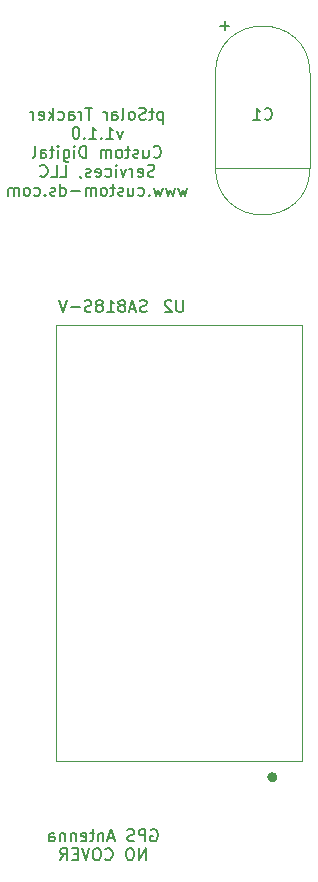
<source format=gbr>
%TF.GenerationSoftware,KiCad,Pcbnew,8.0.8*%
%TF.CreationDate,2025-01-26T19:35:19-06:00*%
%TF.ProjectId,ptSolar,7074536f-6c61-4722-9e6b-696361645f70,rev?*%
%TF.SameCoordinates,Original*%
%TF.FileFunction,Legend,Bot*%
%TF.FilePolarity,Positive*%
%FSLAX46Y46*%
G04 Gerber Fmt 4.6, Leading zero omitted, Abs format (unit mm)*
G04 Created by KiCad (PCBNEW 8.0.8) date 2025-01-26 19:35:19*
%MOMM*%
%LPD*%
G01*
G04 APERTURE LIST*
%ADD10C,0.150000*%
%ADD11C,0.100000*%
%ADD12C,0.450000*%
G04 APERTURE END LIST*
D10*
X151797620Y-76013376D02*
X151797620Y-77013376D01*
X151797620Y-76060995D02*
X151702382Y-76013376D01*
X151702382Y-76013376D02*
X151511906Y-76013376D01*
X151511906Y-76013376D02*
X151416668Y-76060995D01*
X151416668Y-76060995D02*
X151369049Y-76108614D01*
X151369049Y-76108614D02*
X151321430Y-76203852D01*
X151321430Y-76203852D02*
X151321430Y-76489566D01*
X151321430Y-76489566D02*
X151369049Y-76584804D01*
X151369049Y-76584804D02*
X151416668Y-76632424D01*
X151416668Y-76632424D02*
X151511906Y-76680043D01*
X151511906Y-76680043D02*
X151702382Y-76680043D01*
X151702382Y-76680043D02*
X151797620Y-76632424D01*
X151035715Y-76013376D02*
X150654763Y-76013376D01*
X150892858Y-75680043D02*
X150892858Y-76537185D01*
X150892858Y-76537185D02*
X150845239Y-76632424D01*
X150845239Y-76632424D02*
X150750001Y-76680043D01*
X150750001Y-76680043D02*
X150654763Y-76680043D01*
X150369048Y-76632424D02*
X150226191Y-76680043D01*
X150226191Y-76680043D02*
X149988096Y-76680043D01*
X149988096Y-76680043D02*
X149892858Y-76632424D01*
X149892858Y-76632424D02*
X149845239Y-76584804D01*
X149845239Y-76584804D02*
X149797620Y-76489566D01*
X149797620Y-76489566D02*
X149797620Y-76394328D01*
X149797620Y-76394328D02*
X149845239Y-76299090D01*
X149845239Y-76299090D02*
X149892858Y-76251471D01*
X149892858Y-76251471D02*
X149988096Y-76203852D01*
X149988096Y-76203852D02*
X150178572Y-76156233D01*
X150178572Y-76156233D02*
X150273810Y-76108614D01*
X150273810Y-76108614D02*
X150321429Y-76060995D01*
X150321429Y-76060995D02*
X150369048Y-75965757D01*
X150369048Y-75965757D02*
X150369048Y-75870519D01*
X150369048Y-75870519D02*
X150321429Y-75775281D01*
X150321429Y-75775281D02*
X150273810Y-75727662D01*
X150273810Y-75727662D02*
X150178572Y-75680043D01*
X150178572Y-75680043D02*
X149940477Y-75680043D01*
X149940477Y-75680043D02*
X149797620Y-75727662D01*
X149226191Y-76680043D02*
X149321429Y-76632424D01*
X149321429Y-76632424D02*
X149369048Y-76584804D01*
X149369048Y-76584804D02*
X149416667Y-76489566D01*
X149416667Y-76489566D02*
X149416667Y-76203852D01*
X149416667Y-76203852D02*
X149369048Y-76108614D01*
X149369048Y-76108614D02*
X149321429Y-76060995D01*
X149321429Y-76060995D02*
X149226191Y-76013376D01*
X149226191Y-76013376D02*
X149083334Y-76013376D01*
X149083334Y-76013376D02*
X148988096Y-76060995D01*
X148988096Y-76060995D02*
X148940477Y-76108614D01*
X148940477Y-76108614D02*
X148892858Y-76203852D01*
X148892858Y-76203852D02*
X148892858Y-76489566D01*
X148892858Y-76489566D02*
X148940477Y-76584804D01*
X148940477Y-76584804D02*
X148988096Y-76632424D01*
X148988096Y-76632424D02*
X149083334Y-76680043D01*
X149083334Y-76680043D02*
X149226191Y-76680043D01*
X148321429Y-76680043D02*
X148416667Y-76632424D01*
X148416667Y-76632424D02*
X148464286Y-76537185D01*
X148464286Y-76537185D02*
X148464286Y-75680043D01*
X147511905Y-76680043D02*
X147511905Y-76156233D01*
X147511905Y-76156233D02*
X147559524Y-76060995D01*
X147559524Y-76060995D02*
X147654762Y-76013376D01*
X147654762Y-76013376D02*
X147845238Y-76013376D01*
X147845238Y-76013376D02*
X147940476Y-76060995D01*
X147511905Y-76632424D02*
X147607143Y-76680043D01*
X147607143Y-76680043D02*
X147845238Y-76680043D01*
X147845238Y-76680043D02*
X147940476Y-76632424D01*
X147940476Y-76632424D02*
X147988095Y-76537185D01*
X147988095Y-76537185D02*
X147988095Y-76441947D01*
X147988095Y-76441947D02*
X147940476Y-76346709D01*
X147940476Y-76346709D02*
X147845238Y-76299090D01*
X147845238Y-76299090D02*
X147607143Y-76299090D01*
X147607143Y-76299090D02*
X147511905Y-76251471D01*
X147035714Y-76680043D02*
X147035714Y-76013376D01*
X147035714Y-76203852D02*
X146988095Y-76108614D01*
X146988095Y-76108614D02*
X146940476Y-76060995D01*
X146940476Y-76060995D02*
X146845238Y-76013376D01*
X146845238Y-76013376D02*
X146750000Y-76013376D01*
X145797618Y-75680043D02*
X145226190Y-75680043D01*
X145511904Y-76680043D02*
X145511904Y-75680043D01*
X144892856Y-76680043D02*
X144892856Y-76013376D01*
X144892856Y-76203852D02*
X144845237Y-76108614D01*
X144845237Y-76108614D02*
X144797618Y-76060995D01*
X144797618Y-76060995D02*
X144702380Y-76013376D01*
X144702380Y-76013376D02*
X144607142Y-76013376D01*
X143845237Y-76680043D02*
X143845237Y-76156233D01*
X143845237Y-76156233D02*
X143892856Y-76060995D01*
X143892856Y-76060995D02*
X143988094Y-76013376D01*
X143988094Y-76013376D02*
X144178570Y-76013376D01*
X144178570Y-76013376D02*
X144273808Y-76060995D01*
X143845237Y-76632424D02*
X143940475Y-76680043D01*
X143940475Y-76680043D02*
X144178570Y-76680043D01*
X144178570Y-76680043D02*
X144273808Y-76632424D01*
X144273808Y-76632424D02*
X144321427Y-76537185D01*
X144321427Y-76537185D02*
X144321427Y-76441947D01*
X144321427Y-76441947D02*
X144273808Y-76346709D01*
X144273808Y-76346709D02*
X144178570Y-76299090D01*
X144178570Y-76299090D02*
X143940475Y-76299090D01*
X143940475Y-76299090D02*
X143845237Y-76251471D01*
X142940475Y-76632424D02*
X143035713Y-76680043D01*
X143035713Y-76680043D02*
X143226189Y-76680043D01*
X143226189Y-76680043D02*
X143321427Y-76632424D01*
X143321427Y-76632424D02*
X143369046Y-76584804D01*
X143369046Y-76584804D02*
X143416665Y-76489566D01*
X143416665Y-76489566D02*
X143416665Y-76203852D01*
X143416665Y-76203852D02*
X143369046Y-76108614D01*
X143369046Y-76108614D02*
X143321427Y-76060995D01*
X143321427Y-76060995D02*
X143226189Y-76013376D01*
X143226189Y-76013376D02*
X143035713Y-76013376D01*
X143035713Y-76013376D02*
X142940475Y-76060995D01*
X142511903Y-76680043D02*
X142511903Y-75680043D01*
X142416665Y-76299090D02*
X142130951Y-76680043D01*
X142130951Y-76013376D02*
X142511903Y-76394328D01*
X141321427Y-76632424D02*
X141416665Y-76680043D01*
X141416665Y-76680043D02*
X141607141Y-76680043D01*
X141607141Y-76680043D02*
X141702379Y-76632424D01*
X141702379Y-76632424D02*
X141749998Y-76537185D01*
X141749998Y-76537185D02*
X141749998Y-76156233D01*
X141749998Y-76156233D02*
X141702379Y-76060995D01*
X141702379Y-76060995D02*
X141607141Y-76013376D01*
X141607141Y-76013376D02*
X141416665Y-76013376D01*
X141416665Y-76013376D02*
X141321427Y-76060995D01*
X141321427Y-76060995D02*
X141273808Y-76156233D01*
X141273808Y-76156233D02*
X141273808Y-76251471D01*
X141273808Y-76251471D02*
X141749998Y-76346709D01*
X140845236Y-76680043D02*
X140845236Y-76013376D01*
X140845236Y-76203852D02*
X140797617Y-76108614D01*
X140797617Y-76108614D02*
X140749998Y-76060995D01*
X140749998Y-76060995D02*
X140654760Y-76013376D01*
X140654760Y-76013376D02*
X140559522Y-76013376D01*
X148392856Y-77623320D02*
X148154761Y-78289987D01*
X148154761Y-78289987D02*
X147916666Y-77623320D01*
X147011904Y-78289987D02*
X147583332Y-78289987D01*
X147297618Y-78289987D02*
X147297618Y-77289987D01*
X147297618Y-77289987D02*
X147392856Y-77432844D01*
X147392856Y-77432844D02*
X147488094Y-77528082D01*
X147488094Y-77528082D02*
X147583332Y-77575701D01*
X146583332Y-78194748D02*
X146535713Y-78242368D01*
X146535713Y-78242368D02*
X146583332Y-78289987D01*
X146583332Y-78289987D02*
X146630951Y-78242368D01*
X146630951Y-78242368D02*
X146583332Y-78194748D01*
X146583332Y-78194748D02*
X146583332Y-78289987D01*
X145583333Y-78289987D02*
X146154761Y-78289987D01*
X145869047Y-78289987D02*
X145869047Y-77289987D01*
X145869047Y-77289987D02*
X145964285Y-77432844D01*
X145964285Y-77432844D02*
X146059523Y-77528082D01*
X146059523Y-77528082D02*
X146154761Y-77575701D01*
X145154761Y-78194748D02*
X145107142Y-78242368D01*
X145107142Y-78242368D02*
X145154761Y-78289987D01*
X145154761Y-78289987D02*
X145202380Y-78242368D01*
X145202380Y-78242368D02*
X145154761Y-78194748D01*
X145154761Y-78194748D02*
X145154761Y-78289987D01*
X144488095Y-77289987D02*
X144392857Y-77289987D01*
X144392857Y-77289987D02*
X144297619Y-77337606D01*
X144297619Y-77337606D02*
X144250000Y-77385225D01*
X144250000Y-77385225D02*
X144202381Y-77480463D01*
X144202381Y-77480463D02*
X144154762Y-77670939D01*
X144154762Y-77670939D02*
X144154762Y-77909034D01*
X144154762Y-77909034D02*
X144202381Y-78099510D01*
X144202381Y-78099510D02*
X144250000Y-78194748D01*
X144250000Y-78194748D02*
X144297619Y-78242368D01*
X144297619Y-78242368D02*
X144392857Y-78289987D01*
X144392857Y-78289987D02*
X144488095Y-78289987D01*
X144488095Y-78289987D02*
X144583333Y-78242368D01*
X144583333Y-78242368D02*
X144630952Y-78194748D01*
X144630952Y-78194748D02*
X144678571Y-78099510D01*
X144678571Y-78099510D02*
X144726190Y-77909034D01*
X144726190Y-77909034D02*
X144726190Y-77670939D01*
X144726190Y-77670939D02*
X144678571Y-77480463D01*
X144678571Y-77480463D02*
X144630952Y-77385225D01*
X144630952Y-77385225D02*
X144583333Y-77337606D01*
X144583333Y-77337606D02*
X144488095Y-77289987D01*
X151011905Y-79804692D02*
X151059524Y-79852312D01*
X151059524Y-79852312D02*
X151202381Y-79899931D01*
X151202381Y-79899931D02*
X151297619Y-79899931D01*
X151297619Y-79899931D02*
X151440476Y-79852312D01*
X151440476Y-79852312D02*
X151535714Y-79757073D01*
X151535714Y-79757073D02*
X151583333Y-79661835D01*
X151583333Y-79661835D02*
X151630952Y-79471359D01*
X151630952Y-79471359D02*
X151630952Y-79328502D01*
X151630952Y-79328502D02*
X151583333Y-79138026D01*
X151583333Y-79138026D02*
X151535714Y-79042788D01*
X151535714Y-79042788D02*
X151440476Y-78947550D01*
X151440476Y-78947550D02*
X151297619Y-78899931D01*
X151297619Y-78899931D02*
X151202381Y-78899931D01*
X151202381Y-78899931D02*
X151059524Y-78947550D01*
X151059524Y-78947550D02*
X151011905Y-78995169D01*
X150154762Y-79233264D02*
X150154762Y-79899931D01*
X150583333Y-79233264D02*
X150583333Y-79757073D01*
X150583333Y-79757073D02*
X150535714Y-79852312D01*
X150535714Y-79852312D02*
X150440476Y-79899931D01*
X150440476Y-79899931D02*
X150297619Y-79899931D01*
X150297619Y-79899931D02*
X150202381Y-79852312D01*
X150202381Y-79852312D02*
X150154762Y-79804692D01*
X149726190Y-79852312D02*
X149630952Y-79899931D01*
X149630952Y-79899931D02*
X149440476Y-79899931D01*
X149440476Y-79899931D02*
X149345238Y-79852312D01*
X149345238Y-79852312D02*
X149297619Y-79757073D01*
X149297619Y-79757073D02*
X149297619Y-79709454D01*
X149297619Y-79709454D02*
X149345238Y-79614216D01*
X149345238Y-79614216D02*
X149440476Y-79566597D01*
X149440476Y-79566597D02*
X149583333Y-79566597D01*
X149583333Y-79566597D02*
X149678571Y-79518978D01*
X149678571Y-79518978D02*
X149726190Y-79423740D01*
X149726190Y-79423740D02*
X149726190Y-79376121D01*
X149726190Y-79376121D02*
X149678571Y-79280883D01*
X149678571Y-79280883D02*
X149583333Y-79233264D01*
X149583333Y-79233264D02*
X149440476Y-79233264D01*
X149440476Y-79233264D02*
X149345238Y-79280883D01*
X149011904Y-79233264D02*
X148630952Y-79233264D01*
X148869047Y-78899931D02*
X148869047Y-79757073D01*
X148869047Y-79757073D02*
X148821428Y-79852312D01*
X148821428Y-79852312D02*
X148726190Y-79899931D01*
X148726190Y-79899931D02*
X148630952Y-79899931D01*
X148154761Y-79899931D02*
X148249999Y-79852312D01*
X148249999Y-79852312D02*
X148297618Y-79804692D01*
X148297618Y-79804692D02*
X148345237Y-79709454D01*
X148345237Y-79709454D02*
X148345237Y-79423740D01*
X148345237Y-79423740D02*
X148297618Y-79328502D01*
X148297618Y-79328502D02*
X148249999Y-79280883D01*
X148249999Y-79280883D02*
X148154761Y-79233264D01*
X148154761Y-79233264D02*
X148011904Y-79233264D01*
X148011904Y-79233264D02*
X147916666Y-79280883D01*
X147916666Y-79280883D02*
X147869047Y-79328502D01*
X147869047Y-79328502D02*
X147821428Y-79423740D01*
X147821428Y-79423740D02*
X147821428Y-79709454D01*
X147821428Y-79709454D02*
X147869047Y-79804692D01*
X147869047Y-79804692D02*
X147916666Y-79852312D01*
X147916666Y-79852312D02*
X148011904Y-79899931D01*
X148011904Y-79899931D02*
X148154761Y-79899931D01*
X147392856Y-79899931D02*
X147392856Y-79233264D01*
X147392856Y-79328502D02*
X147345237Y-79280883D01*
X147345237Y-79280883D02*
X147249999Y-79233264D01*
X147249999Y-79233264D02*
X147107142Y-79233264D01*
X147107142Y-79233264D02*
X147011904Y-79280883D01*
X147011904Y-79280883D02*
X146964285Y-79376121D01*
X146964285Y-79376121D02*
X146964285Y-79899931D01*
X146964285Y-79376121D02*
X146916666Y-79280883D01*
X146916666Y-79280883D02*
X146821428Y-79233264D01*
X146821428Y-79233264D02*
X146678571Y-79233264D01*
X146678571Y-79233264D02*
X146583332Y-79280883D01*
X146583332Y-79280883D02*
X146535713Y-79376121D01*
X146535713Y-79376121D02*
X146535713Y-79899931D01*
X145297618Y-79899931D02*
X145297618Y-78899931D01*
X145297618Y-78899931D02*
X145059523Y-78899931D01*
X145059523Y-78899931D02*
X144916666Y-78947550D01*
X144916666Y-78947550D02*
X144821428Y-79042788D01*
X144821428Y-79042788D02*
X144773809Y-79138026D01*
X144773809Y-79138026D02*
X144726190Y-79328502D01*
X144726190Y-79328502D02*
X144726190Y-79471359D01*
X144726190Y-79471359D02*
X144773809Y-79661835D01*
X144773809Y-79661835D02*
X144821428Y-79757073D01*
X144821428Y-79757073D02*
X144916666Y-79852312D01*
X144916666Y-79852312D02*
X145059523Y-79899931D01*
X145059523Y-79899931D02*
X145297618Y-79899931D01*
X144297618Y-79899931D02*
X144297618Y-79233264D01*
X144297618Y-78899931D02*
X144345237Y-78947550D01*
X144345237Y-78947550D02*
X144297618Y-78995169D01*
X144297618Y-78995169D02*
X144249999Y-78947550D01*
X144249999Y-78947550D02*
X144297618Y-78899931D01*
X144297618Y-78899931D02*
X144297618Y-78995169D01*
X143392857Y-79233264D02*
X143392857Y-80042788D01*
X143392857Y-80042788D02*
X143440476Y-80138026D01*
X143440476Y-80138026D02*
X143488095Y-80185645D01*
X143488095Y-80185645D02*
X143583333Y-80233264D01*
X143583333Y-80233264D02*
X143726190Y-80233264D01*
X143726190Y-80233264D02*
X143821428Y-80185645D01*
X143392857Y-79852312D02*
X143488095Y-79899931D01*
X143488095Y-79899931D02*
X143678571Y-79899931D01*
X143678571Y-79899931D02*
X143773809Y-79852312D01*
X143773809Y-79852312D02*
X143821428Y-79804692D01*
X143821428Y-79804692D02*
X143869047Y-79709454D01*
X143869047Y-79709454D02*
X143869047Y-79423740D01*
X143869047Y-79423740D02*
X143821428Y-79328502D01*
X143821428Y-79328502D02*
X143773809Y-79280883D01*
X143773809Y-79280883D02*
X143678571Y-79233264D01*
X143678571Y-79233264D02*
X143488095Y-79233264D01*
X143488095Y-79233264D02*
X143392857Y-79280883D01*
X142916666Y-79899931D02*
X142916666Y-79233264D01*
X142916666Y-78899931D02*
X142964285Y-78947550D01*
X142964285Y-78947550D02*
X142916666Y-78995169D01*
X142916666Y-78995169D02*
X142869047Y-78947550D01*
X142869047Y-78947550D02*
X142916666Y-78899931D01*
X142916666Y-78899931D02*
X142916666Y-78995169D01*
X142583333Y-79233264D02*
X142202381Y-79233264D01*
X142440476Y-78899931D02*
X142440476Y-79757073D01*
X142440476Y-79757073D02*
X142392857Y-79852312D01*
X142392857Y-79852312D02*
X142297619Y-79899931D01*
X142297619Y-79899931D02*
X142202381Y-79899931D01*
X141440476Y-79899931D02*
X141440476Y-79376121D01*
X141440476Y-79376121D02*
X141488095Y-79280883D01*
X141488095Y-79280883D02*
X141583333Y-79233264D01*
X141583333Y-79233264D02*
X141773809Y-79233264D01*
X141773809Y-79233264D02*
X141869047Y-79280883D01*
X141440476Y-79852312D02*
X141535714Y-79899931D01*
X141535714Y-79899931D02*
X141773809Y-79899931D01*
X141773809Y-79899931D02*
X141869047Y-79852312D01*
X141869047Y-79852312D02*
X141916666Y-79757073D01*
X141916666Y-79757073D02*
X141916666Y-79661835D01*
X141916666Y-79661835D02*
X141869047Y-79566597D01*
X141869047Y-79566597D02*
X141773809Y-79518978D01*
X141773809Y-79518978D02*
X141535714Y-79518978D01*
X141535714Y-79518978D02*
X141440476Y-79471359D01*
X140821428Y-79899931D02*
X140916666Y-79852312D01*
X140916666Y-79852312D02*
X140964285Y-79757073D01*
X140964285Y-79757073D02*
X140964285Y-78899931D01*
X151083333Y-81462256D02*
X150940476Y-81509875D01*
X150940476Y-81509875D02*
X150702381Y-81509875D01*
X150702381Y-81509875D02*
X150607143Y-81462256D01*
X150607143Y-81462256D02*
X150559524Y-81414636D01*
X150559524Y-81414636D02*
X150511905Y-81319398D01*
X150511905Y-81319398D02*
X150511905Y-81224160D01*
X150511905Y-81224160D02*
X150559524Y-81128922D01*
X150559524Y-81128922D02*
X150607143Y-81081303D01*
X150607143Y-81081303D02*
X150702381Y-81033684D01*
X150702381Y-81033684D02*
X150892857Y-80986065D01*
X150892857Y-80986065D02*
X150988095Y-80938446D01*
X150988095Y-80938446D02*
X151035714Y-80890827D01*
X151035714Y-80890827D02*
X151083333Y-80795589D01*
X151083333Y-80795589D02*
X151083333Y-80700351D01*
X151083333Y-80700351D02*
X151035714Y-80605113D01*
X151035714Y-80605113D02*
X150988095Y-80557494D01*
X150988095Y-80557494D02*
X150892857Y-80509875D01*
X150892857Y-80509875D02*
X150654762Y-80509875D01*
X150654762Y-80509875D02*
X150511905Y-80557494D01*
X149702381Y-81462256D02*
X149797619Y-81509875D01*
X149797619Y-81509875D02*
X149988095Y-81509875D01*
X149988095Y-81509875D02*
X150083333Y-81462256D01*
X150083333Y-81462256D02*
X150130952Y-81367017D01*
X150130952Y-81367017D02*
X150130952Y-80986065D01*
X150130952Y-80986065D02*
X150083333Y-80890827D01*
X150083333Y-80890827D02*
X149988095Y-80843208D01*
X149988095Y-80843208D02*
X149797619Y-80843208D01*
X149797619Y-80843208D02*
X149702381Y-80890827D01*
X149702381Y-80890827D02*
X149654762Y-80986065D01*
X149654762Y-80986065D02*
X149654762Y-81081303D01*
X149654762Y-81081303D02*
X150130952Y-81176541D01*
X149226190Y-81509875D02*
X149226190Y-80843208D01*
X149226190Y-81033684D02*
X149178571Y-80938446D01*
X149178571Y-80938446D02*
X149130952Y-80890827D01*
X149130952Y-80890827D02*
X149035714Y-80843208D01*
X149035714Y-80843208D02*
X148940476Y-80843208D01*
X148702380Y-80843208D02*
X148464285Y-81509875D01*
X148464285Y-81509875D02*
X148226190Y-80843208D01*
X147845237Y-81509875D02*
X147845237Y-80843208D01*
X147845237Y-80509875D02*
X147892856Y-80557494D01*
X147892856Y-80557494D02*
X147845237Y-80605113D01*
X147845237Y-80605113D02*
X147797618Y-80557494D01*
X147797618Y-80557494D02*
X147845237Y-80509875D01*
X147845237Y-80509875D02*
X147845237Y-80605113D01*
X146940476Y-81462256D02*
X147035714Y-81509875D01*
X147035714Y-81509875D02*
X147226190Y-81509875D01*
X147226190Y-81509875D02*
X147321428Y-81462256D01*
X147321428Y-81462256D02*
X147369047Y-81414636D01*
X147369047Y-81414636D02*
X147416666Y-81319398D01*
X147416666Y-81319398D02*
X147416666Y-81033684D01*
X147416666Y-81033684D02*
X147369047Y-80938446D01*
X147369047Y-80938446D02*
X147321428Y-80890827D01*
X147321428Y-80890827D02*
X147226190Y-80843208D01*
X147226190Y-80843208D02*
X147035714Y-80843208D01*
X147035714Y-80843208D02*
X146940476Y-80890827D01*
X146130952Y-81462256D02*
X146226190Y-81509875D01*
X146226190Y-81509875D02*
X146416666Y-81509875D01*
X146416666Y-81509875D02*
X146511904Y-81462256D01*
X146511904Y-81462256D02*
X146559523Y-81367017D01*
X146559523Y-81367017D02*
X146559523Y-80986065D01*
X146559523Y-80986065D02*
X146511904Y-80890827D01*
X146511904Y-80890827D02*
X146416666Y-80843208D01*
X146416666Y-80843208D02*
X146226190Y-80843208D01*
X146226190Y-80843208D02*
X146130952Y-80890827D01*
X146130952Y-80890827D02*
X146083333Y-80986065D01*
X146083333Y-80986065D02*
X146083333Y-81081303D01*
X146083333Y-81081303D02*
X146559523Y-81176541D01*
X145702380Y-81462256D02*
X145607142Y-81509875D01*
X145607142Y-81509875D02*
X145416666Y-81509875D01*
X145416666Y-81509875D02*
X145321428Y-81462256D01*
X145321428Y-81462256D02*
X145273809Y-81367017D01*
X145273809Y-81367017D02*
X145273809Y-81319398D01*
X145273809Y-81319398D02*
X145321428Y-81224160D01*
X145321428Y-81224160D02*
X145416666Y-81176541D01*
X145416666Y-81176541D02*
X145559523Y-81176541D01*
X145559523Y-81176541D02*
X145654761Y-81128922D01*
X145654761Y-81128922D02*
X145702380Y-81033684D01*
X145702380Y-81033684D02*
X145702380Y-80986065D01*
X145702380Y-80986065D02*
X145654761Y-80890827D01*
X145654761Y-80890827D02*
X145559523Y-80843208D01*
X145559523Y-80843208D02*
X145416666Y-80843208D01*
X145416666Y-80843208D02*
X145321428Y-80890827D01*
X144797618Y-81462256D02*
X144797618Y-81509875D01*
X144797618Y-81509875D02*
X144845237Y-81605113D01*
X144845237Y-81605113D02*
X144892856Y-81652732D01*
X143130952Y-81509875D02*
X143607142Y-81509875D01*
X143607142Y-81509875D02*
X143607142Y-80509875D01*
X142321428Y-81509875D02*
X142797618Y-81509875D01*
X142797618Y-81509875D02*
X142797618Y-80509875D01*
X141416666Y-81414636D02*
X141464285Y-81462256D01*
X141464285Y-81462256D02*
X141607142Y-81509875D01*
X141607142Y-81509875D02*
X141702380Y-81509875D01*
X141702380Y-81509875D02*
X141845237Y-81462256D01*
X141845237Y-81462256D02*
X141940475Y-81367017D01*
X141940475Y-81367017D02*
X141988094Y-81271779D01*
X141988094Y-81271779D02*
X142035713Y-81081303D01*
X142035713Y-81081303D02*
X142035713Y-80938446D01*
X142035713Y-80938446D02*
X141988094Y-80747970D01*
X141988094Y-80747970D02*
X141940475Y-80652732D01*
X141940475Y-80652732D02*
X141845237Y-80557494D01*
X141845237Y-80557494D02*
X141702380Y-80509875D01*
X141702380Y-80509875D02*
X141607142Y-80509875D01*
X141607142Y-80509875D02*
X141464285Y-80557494D01*
X141464285Y-80557494D02*
X141416666Y-80605113D01*
X153869046Y-82453152D02*
X153678570Y-83119819D01*
X153678570Y-83119819D02*
X153488094Y-82643628D01*
X153488094Y-82643628D02*
X153297618Y-83119819D01*
X153297618Y-83119819D02*
X153107142Y-82453152D01*
X152821427Y-82453152D02*
X152630951Y-83119819D01*
X152630951Y-83119819D02*
X152440475Y-82643628D01*
X152440475Y-82643628D02*
X152249999Y-83119819D01*
X152249999Y-83119819D02*
X152059523Y-82453152D01*
X151773808Y-82453152D02*
X151583332Y-83119819D01*
X151583332Y-83119819D02*
X151392856Y-82643628D01*
X151392856Y-82643628D02*
X151202380Y-83119819D01*
X151202380Y-83119819D02*
X151011904Y-82453152D01*
X150630951Y-83024580D02*
X150583332Y-83072200D01*
X150583332Y-83072200D02*
X150630951Y-83119819D01*
X150630951Y-83119819D02*
X150678570Y-83072200D01*
X150678570Y-83072200D02*
X150630951Y-83024580D01*
X150630951Y-83024580D02*
X150630951Y-83119819D01*
X149726190Y-83072200D02*
X149821428Y-83119819D01*
X149821428Y-83119819D02*
X150011904Y-83119819D01*
X150011904Y-83119819D02*
X150107142Y-83072200D01*
X150107142Y-83072200D02*
X150154761Y-83024580D01*
X150154761Y-83024580D02*
X150202380Y-82929342D01*
X150202380Y-82929342D02*
X150202380Y-82643628D01*
X150202380Y-82643628D02*
X150154761Y-82548390D01*
X150154761Y-82548390D02*
X150107142Y-82500771D01*
X150107142Y-82500771D02*
X150011904Y-82453152D01*
X150011904Y-82453152D02*
X149821428Y-82453152D01*
X149821428Y-82453152D02*
X149726190Y-82500771D01*
X148869047Y-82453152D02*
X148869047Y-83119819D01*
X149297618Y-82453152D02*
X149297618Y-82976961D01*
X149297618Y-82976961D02*
X149249999Y-83072200D01*
X149249999Y-83072200D02*
X149154761Y-83119819D01*
X149154761Y-83119819D02*
X149011904Y-83119819D01*
X149011904Y-83119819D02*
X148916666Y-83072200D01*
X148916666Y-83072200D02*
X148869047Y-83024580D01*
X148440475Y-83072200D02*
X148345237Y-83119819D01*
X148345237Y-83119819D02*
X148154761Y-83119819D01*
X148154761Y-83119819D02*
X148059523Y-83072200D01*
X148059523Y-83072200D02*
X148011904Y-82976961D01*
X148011904Y-82976961D02*
X148011904Y-82929342D01*
X148011904Y-82929342D02*
X148059523Y-82834104D01*
X148059523Y-82834104D02*
X148154761Y-82786485D01*
X148154761Y-82786485D02*
X148297618Y-82786485D01*
X148297618Y-82786485D02*
X148392856Y-82738866D01*
X148392856Y-82738866D02*
X148440475Y-82643628D01*
X148440475Y-82643628D02*
X148440475Y-82596009D01*
X148440475Y-82596009D02*
X148392856Y-82500771D01*
X148392856Y-82500771D02*
X148297618Y-82453152D01*
X148297618Y-82453152D02*
X148154761Y-82453152D01*
X148154761Y-82453152D02*
X148059523Y-82500771D01*
X147726189Y-82453152D02*
X147345237Y-82453152D01*
X147583332Y-82119819D02*
X147583332Y-82976961D01*
X147583332Y-82976961D02*
X147535713Y-83072200D01*
X147535713Y-83072200D02*
X147440475Y-83119819D01*
X147440475Y-83119819D02*
X147345237Y-83119819D01*
X146869046Y-83119819D02*
X146964284Y-83072200D01*
X146964284Y-83072200D02*
X147011903Y-83024580D01*
X147011903Y-83024580D02*
X147059522Y-82929342D01*
X147059522Y-82929342D02*
X147059522Y-82643628D01*
X147059522Y-82643628D02*
X147011903Y-82548390D01*
X147011903Y-82548390D02*
X146964284Y-82500771D01*
X146964284Y-82500771D02*
X146869046Y-82453152D01*
X146869046Y-82453152D02*
X146726189Y-82453152D01*
X146726189Y-82453152D02*
X146630951Y-82500771D01*
X146630951Y-82500771D02*
X146583332Y-82548390D01*
X146583332Y-82548390D02*
X146535713Y-82643628D01*
X146535713Y-82643628D02*
X146535713Y-82929342D01*
X146535713Y-82929342D02*
X146583332Y-83024580D01*
X146583332Y-83024580D02*
X146630951Y-83072200D01*
X146630951Y-83072200D02*
X146726189Y-83119819D01*
X146726189Y-83119819D02*
X146869046Y-83119819D01*
X146107141Y-83119819D02*
X146107141Y-82453152D01*
X146107141Y-82548390D02*
X146059522Y-82500771D01*
X146059522Y-82500771D02*
X145964284Y-82453152D01*
X145964284Y-82453152D02*
X145821427Y-82453152D01*
X145821427Y-82453152D02*
X145726189Y-82500771D01*
X145726189Y-82500771D02*
X145678570Y-82596009D01*
X145678570Y-82596009D02*
X145678570Y-83119819D01*
X145678570Y-82596009D02*
X145630951Y-82500771D01*
X145630951Y-82500771D02*
X145535713Y-82453152D01*
X145535713Y-82453152D02*
X145392856Y-82453152D01*
X145392856Y-82453152D02*
X145297617Y-82500771D01*
X145297617Y-82500771D02*
X145249998Y-82596009D01*
X145249998Y-82596009D02*
X145249998Y-83119819D01*
X144773808Y-82738866D02*
X144011904Y-82738866D01*
X143107142Y-83119819D02*
X143107142Y-82119819D01*
X143107142Y-83072200D02*
X143202380Y-83119819D01*
X143202380Y-83119819D02*
X143392856Y-83119819D01*
X143392856Y-83119819D02*
X143488094Y-83072200D01*
X143488094Y-83072200D02*
X143535713Y-83024580D01*
X143535713Y-83024580D02*
X143583332Y-82929342D01*
X143583332Y-82929342D02*
X143583332Y-82643628D01*
X143583332Y-82643628D02*
X143535713Y-82548390D01*
X143535713Y-82548390D02*
X143488094Y-82500771D01*
X143488094Y-82500771D02*
X143392856Y-82453152D01*
X143392856Y-82453152D02*
X143202380Y-82453152D01*
X143202380Y-82453152D02*
X143107142Y-82500771D01*
X142678570Y-83072200D02*
X142583332Y-83119819D01*
X142583332Y-83119819D02*
X142392856Y-83119819D01*
X142392856Y-83119819D02*
X142297618Y-83072200D01*
X142297618Y-83072200D02*
X142249999Y-82976961D01*
X142249999Y-82976961D02*
X142249999Y-82929342D01*
X142249999Y-82929342D02*
X142297618Y-82834104D01*
X142297618Y-82834104D02*
X142392856Y-82786485D01*
X142392856Y-82786485D02*
X142535713Y-82786485D01*
X142535713Y-82786485D02*
X142630951Y-82738866D01*
X142630951Y-82738866D02*
X142678570Y-82643628D01*
X142678570Y-82643628D02*
X142678570Y-82596009D01*
X142678570Y-82596009D02*
X142630951Y-82500771D01*
X142630951Y-82500771D02*
X142535713Y-82453152D01*
X142535713Y-82453152D02*
X142392856Y-82453152D01*
X142392856Y-82453152D02*
X142297618Y-82500771D01*
X141821427Y-83024580D02*
X141773808Y-83072200D01*
X141773808Y-83072200D02*
X141821427Y-83119819D01*
X141821427Y-83119819D02*
X141869046Y-83072200D01*
X141869046Y-83072200D02*
X141821427Y-83024580D01*
X141821427Y-83024580D02*
X141821427Y-83119819D01*
X140916666Y-83072200D02*
X141011904Y-83119819D01*
X141011904Y-83119819D02*
X141202380Y-83119819D01*
X141202380Y-83119819D02*
X141297618Y-83072200D01*
X141297618Y-83072200D02*
X141345237Y-83024580D01*
X141345237Y-83024580D02*
X141392856Y-82929342D01*
X141392856Y-82929342D02*
X141392856Y-82643628D01*
X141392856Y-82643628D02*
X141345237Y-82548390D01*
X141345237Y-82548390D02*
X141297618Y-82500771D01*
X141297618Y-82500771D02*
X141202380Y-82453152D01*
X141202380Y-82453152D02*
X141011904Y-82453152D01*
X141011904Y-82453152D02*
X140916666Y-82500771D01*
X140345237Y-83119819D02*
X140440475Y-83072200D01*
X140440475Y-83072200D02*
X140488094Y-83024580D01*
X140488094Y-83024580D02*
X140535713Y-82929342D01*
X140535713Y-82929342D02*
X140535713Y-82643628D01*
X140535713Y-82643628D02*
X140488094Y-82548390D01*
X140488094Y-82548390D02*
X140440475Y-82500771D01*
X140440475Y-82500771D02*
X140345237Y-82453152D01*
X140345237Y-82453152D02*
X140202380Y-82453152D01*
X140202380Y-82453152D02*
X140107142Y-82500771D01*
X140107142Y-82500771D02*
X140059523Y-82548390D01*
X140059523Y-82548390D02*
X140011904Y-82643628D01*
X140011904Y-82643628D02*
X140011904Y-82929342D01*
X140011904Y-82929342D02*
X140059523Y-83024580D01*
X140059523Y-83024580D02*
X140107142Y-83072200D01*
X140107142Y-83072200D02*
X140202380Y-83119819D01*
X140202380Y-83119819D02*
X140345237Y-83119819D01*
X139583332Y-83119819D02*
X139583332Y-82453152D01*
X139583332Y-82548390D02*
X139535713Y-82500771D01*
X139535713Y-82500771D02*
X139440475Y-82453152D01*
X139440475Y-82453152D02*
X139297618Y-82453152D01*
X139297618Y-82453152D02*
X139202380Y-82500771D01*
X139202380Y-82500771D02*
X139154761Y-82596009D01*
X139154761Y-82596009D02*
X139154761Y-83119819D01*
X139154761Y-82596009D02*
X139107142Y-82500771D01*
X139107142Y-82500771D02*
X139011904Y-82453152D01*
X139011904Y-82453152D02*
X138869047Y-82453152D01*
X138869047Y-82453152D02*
X138773808Y-82500771D01*
X138773808Y-82500771D02*
X138726189Y-82596009D01*
X138726189Y-82596009D02*
X138726189Y-83119819D01*
X150797619Y-136807494D02*
X150892857Y-136759875D01*
X150892857Y-136759875D02*
X151035714Y-136759875D01*
X151035714Y-136759875D02*
X151178571Y-136807494D01*
X151178571Y-136807494D02*
X151273809Y-136902732D01*
X151273809Y-136902732D02*
X151321428Y-136997970D01*
X151321428Y-136997970D02*
X151369047Y-137188446D01*
X151369047Y-137188446D02*
X151369047Y-137331303D01*
X151369047Y-137331303D02*
X151321428Y-137521779D01*
X151321428Y-137521779D02*
X151273809Y-137617017D01*
X151273809Y-137617017D02*
X151178571Y-137712256D01*
X151178571Y-137712256D02*
X151035714Y-137759875D01*
X151035714Y-137759875D02*
X150940476Y-137759875D01*
X150940476Y-137759875D02*
X150797619Y-137712256D01*
X150797619Y-137712256D02*
X150750000Y-137664636D01*
X150750000Y-137664636D02*
X150750000Y-137331303D01*
X150750000Y-137331303D02*
X150940476Y-137331303D01*
X150321428Y-137759875D02*
X150321428Y-136759875D01*
X150321428Y-136759875D02*
X149940476Y-136759875D01*
X149940476Y-136759875D02*
X149845238Y-136807494D01*
X149845238Y-136807494D02*
X149797619Y-136855113D01*
X149797619Y-136855113D02*
X149750000Y-136950351D01*
X149750000Y-136950351D02*
X149750000Y-137093208D01*
X149750000Y-137093208D02*
X149797619Y-137188446D01*
X149797619Y-137188446D02*
X149845238Y-137236065D01*
X149845238Y-137236065D02*
X149940476Y-137283684D01*
X149940476Y-137283684D02*
X150321428Y-137283684D01*
X149369047Y-137712256D02*
X149226190Y-137759875D01*
X149226190Y-137759875D02*
X148988095Y-137759875D01*
X148988095Y-137759875D02*
X148892857Y-137712256D01*
X148892857Y-137712256D02*
X148845238Y-137664636D01*
X148845238Y-137664636D02*
X148797619Y-137569398D01*
X148797619Y-137569398D02*
X148797619Y-137474160D01*
X148797619Y-137474160D02*
X148845238Y-137378922D01*
X148845238Y-137378922D02*
X148892857Y-137331303D01*
X148892857Y-137331303D02*
X148988095Y-137283684D01*
X148988095Y-137283684D02*
X149178571Y-137236065D01*
X149178571Y-137236065D02*
X149273809Y-137188446D01*
X149273809Y-137188446D02*
X149321428Y-137140827D01*
X149321428Y-137140827D02*
X149369047Y-137045589D01*
X149369047Y-137045589D02*
X149369047Y-136950351D01*
X149369047Y-136950351D02*
X149321428Y-136855113D01*
X149321428Y-136855113D02*
X149273809Y-136807494D01*
X149273809Y-136807494D02*
X149178571Y-136759875D01*
X149178571Y-136759875D02*
X148940476Y-136759875D01*
X148940476Y-136759875D02*
X148797619Y-136807494D01*
X147654761Y-137474160D02*
X147178571Y-137474160D01*
X147749999Y-137759875D02*
X147416666Y-136759875D01*
X147416666Y-136759875D02*
X147083333Y-137759875D01*
X146749999Y-137093208D02*
X146749999Y-137759875D01*
X146749999Y-137188446D02*
X146702380Y-137140827D01*
X146702380Y-137140827D02*
X146607142Y-137093208D01*
X146607142Y-137093208D02*
X146464285Y-137093208D01*
X146464285Y-137093208D02*
X146369047Y-137140827D01*
X146369047Y-137140827D02*
X146321428Y-137236065D01*
X146321428Y-137236065D02*
X146321428Y-137759875D01*
X145988094Y-137093208D02*
X145607142Y-137093208D01*
X145845237Y-136759875D02*
X145845237Y-137617017D01*
X145845237Y-137617017D02*
X145797618Y-137712256D01*
X145797618Y-137712256D02*
X145702380Y-137759875D01*
X145702380Y-137759875D02*
X145607142Y-137759875D01*
X144892856Y-137712256D02*
X144988094Y-137759875D01*
X144988094Y-137759875D02*
X145178570Y-137759875D01*
X145178570Y-137759875D02*
X145273808Y-137712256D01*
X145273808Y-137712256D02*
X145321427Y-137617017D01*
X145321427Y-137617017D02*
X145321427Y-137236065D01*
X145321427Y-137236065D02*
X145273808Y-137140827D01*
X145273808Y-137140827D02*
X145178570Y-137093208D01*
X145178570Y-137093208D02*
X144988094Y-137093208D01*
X144988094Y-137093208D02*
X144892856Y-137140827D01*
X144892856Y-137140827D02*
X144845237Y-137236065D01*
X144845237Y-137236065D02*
X144845237Y-137331303D01*
X144845237Y-137331303D02*
X145321427Y-137426541D01*
X144416665Y-137093208D02*
X144416665Y-137759875D01*
X144416665Y-137188446D02*
X144369046Y-137140827D01*
X144369046Y-137140827D02*
X144273808Y-137093208D01*
X144273808Y-137093208D02*
X144130951Y-137093208D01*
X144130951Y-137093208D02*
X144035713Y-137140827D01*
X144035713Y-137140827D02*
X143988094Y-137236065D01*
X143988094Y-137236065D02*
X143988094Y-137759875D01*
X143511903Y-137093208D02*
X143511903Y-137759875D01*
X143511903Y-137188446D02*
X143464284Y-137140827D01*
X143464284Y-137140827D02*
X143369046Y-137093208D01*
X143369046Y-137093208D02*
X143226189Y-137093208D01*
X143226189Y-137093208D02*
X143130951Y-137140827D01*
X143130951Y-137140827D02*
X143083332Y-137236065D01*
X143083332Y-137236065D02*
X143083332Y-137759875D01*
X142178570Y-137759875D02*
X142178570Y-137236065D01*
X142178570Y-137236065D02*
X142226189Y-137140827D01*
X142226189Y-137140827D02*
X142321427Y-137093208D01*
X142321427Y-137093208D02*
X142511903Y-137093208D01*
X142511903Y-137093208D02*
X142607141Y-137140827D01*
X142178570Y-137712256D02*
X142273808Y-137759875D01*
X142273808Y-137759875D02*
X142511903Y-137759875D01*
X142511903Y-137759875D02*
X142607141Y-137712256D01*
X142607141Y-137712256D02*
X142654760Y-137617017D01*
X142654760Y-137617017D02*
X142654760Y-137521779D01*
X142654760Y-137521779D02*
X142607141Y-137426541D01*
X142607141Y-137426541D02*
X142511903Y-137378922D01*
X142511903Y-137378922D02*
X142273808Y-137378922D01*
X142273808Y-137378922D02*
X142178570Y-137331303D01*
X150345237Y-139369819D02*
X150345237Y-138369819D01*
X150345237Y-138369819D02*
X149773809Y-139369819D01*
X149773809Y-139369819D02*
X149773809Y-138369819D01*
X149107142Y-138369819D02*
X148916666Y-138369819D01*
X148916666Y-138369819D02*
X148821428Y-138417438D01*
X148821428Y-138417438D02*
X148726190Y-138512676D01*
X148726190Y-138512676D02*
X148678571Y-138703152D01*
X148678571Y-138703152D02*
X148678571Y-139036485D01*
X148678571Y-139036485D02*
X148726190Y-139226961D01*
X148726190Y-139226961D02*
X148821428Y-139322200D01*
X148821428Y-139322200D02*
X148916666Y-139369819D01*
X148916666Y-139369819D02*
X149107142Y-139369819D01*
X149107142Y-139369819D02*
X149202380Y-139322200D01*
X149202380Y-139322200D02*
X149297618Y-139226961D01*
X149297618Y-139226961D02*
X149345237Y-139036485D01*
X149345237Y-139036485D02*
X149345237Y-138703152D01*
X149345237Y-138703152D02*
X149297618Y-138512676D01*
X149297618Y-138512676D02*
X149202380Y-138417438D01*
X149202380Y-138417438D02*
X149107142Y-138369819D01*
X146916666Y-139274580D02*
X146964285Y-139322200D01*
X146964285Y-139322200D02*
X147107142Y-139369819D01*
X147107142Y-139369819D02*
X147202380Y-139369819D01*
X147202380Y-139369819D02*
X147345237Y-139322200D01*
X147345237Y-139322200D02*
X147440475Y-139226961D01*
X147440475Y-139226961D02*
X147488094Y-139131723D01*
X147488094Y-139131723D02*
X147535713Y-138941247D01*
X147535713Y-138941247D02*
X147535713Y-138798390D01*
X147535713Y-138798390D02*
X147488094Y-138607914D01*
X147488094Y-138607914D02*
X147440475Y-138512676D01*
X147440475Y-138512676D02*
X147345237Y-138417438D01*
X147345237Y-138417438D02*
X147202380Y-138369819D01*
X147202380Y-138369819D02*
X147107142Y-138369819D01*
X147107142Y-138369819D02*
X146964285Y-138417438D01*
X146964285Y-138417438D02*
X146916666Y-138465057D01*
X146297618Y-138369819D02*
X146107142Y-138369819D01*
X146107142Y-138369819D02*
X146011904Y-138417438D01*
X146011904Y-138417438D02*
X145916666Y-138512676D01*
X145916666Y-138512676D02*
X145869047Y-138703152D01*
X145869047Y-138703152D02*
X145869047Y-139036485D01*
X145869047Y-139036485D02*
X145916666Y-139226961D01*
X145916666Y-139226961D02*
X146011904Y-139322200D01*
X146011904Y-139322200D02*
X146107142Y-139369819D01*
X146107142Y-139369819D02*
X146297618Y-139369819D01*
X146297618Y-139369819D02*
X146392856Y-139322200D01*
X146392856Y-139322200D02*
X146488094Y-139226961D01*
X146488094Y-139226961D02*
X146535713Y-139036485D01*
X146535713Y-139036485D02*
X146535713Y-138703152D01*
X146535713Y-138703152D02*
X146488094Y-138512676D01*
X146488094Y-138512676D02*
X146392856Y-138417438D01*
X146392856Y-138417438D02*
X146297618Y-138369819D01*
X145583332Y-138369819D02*
X145249999Y-139369819D01*
X145249999Y-139369819D02*
X144916666Y-138369819D01*
X144583332Y-138846009D02*
X144249999Y-138846009D01*
X144107142Y-139369819D02*
X144583332Y-139369819D01*
X144583332Y-139369819D02*
X144583332Y-138369819D01*
X144583332Y-138369819D02*
X144107142Y-138369819D01*
X143107142Y-139369819D02*
X143440475Y-138893628D01*
X143678570Y-139369819D02*
X143678570Y-138369819D01*
X143678570Y-138369819D02*
X143297618Y-138369819D01*
X143297618Y-138369819D02*
X143202380Y-138417438D01*
X143202380Y-138417438D02*
X143154761Y-138465057D01*
X143154761Y-138465057D02*
X143107142Y-138560295D01*
X143107142Y-138560295D02*
X143107142Y-138703152D01*
X143107142Y-138703152D02*
X143154761Y-138798390D01*
X143154761Y-138798390D02*
X143202380Y-138846009D01*
X143202380Y-138846009D02*
X143297618Y-138893628D01*
X143297618Y-138893628D02*
X143678570Y-138893628D01*
X153511904Y-91954819D02*
X153511904Y-92764342D01*
X153511904Y-92764342D02*
X153464285Y-92859580D01*
X153464285Y-92859580D02*
X153416666Y-92907200D01*
X153416666Y-92907200D02*
X153321428Y-92954819D01*
X153321428Y-92954819D02*
X153130952Y-92954819D01*
X153130952Y-92954819D02*
X153035714Y-92907200D01*
X153035714Y-92907200D02*
X152988095Y-92859580D01*
X152988095Y-92859580D02*
X152940476Y-92764342D01*
X152940476Y-92764342D02*
X152940476Y-91954819D01*
X152511904Y-92050057D02*
X152464285Y-92002438D01*
X152464285Y-92002438D02*
X152369047Y-91954819D01*
X152369047Y-91954819D02*
X152130952Y-91954819D01*
X152130952Y-91954819D02*
X152035714Y-92002438D01*
X152035714Y-92002438D02*
X151988095Y-92050057D01*
X151988095Y-92050057D02*
X151940476Y-92145295D01*
X151940476Y-92145295D02*
X151940476Y-92240533D01*
X151940476Y-92240533D02*
X151988095Y-92383390D01*
X151988095Y-92383390D02*
X152559523Y-92954819D01*
X152559523Y-92954819D02*
X151940476Y-92954819D01*
X150416666Y-92907200D02*
X150273809Y-92954819D01*
X150273809Y-92954819D02*
X150035714Y-92954819D01*
X150035714Y-92954819D02*
X149940476Y-92907200D01*
X149940476Y-92907200D02*
X149892857Y-92859580D01*
X149892857Y-92859580D02*
X149845238Y-92764342D01*
X149845238Y-92764342D02*
X149845238Y-92669104D01*
X149845238Y-92669104D02*
X149892857Y-92573866D01*
X149892857Y-92573866D02*
X149940476Y-92526247D01*
X149940476Y-92526247D02*
X150035714Y-92478628D01*
X150035714Y-92478628D02*
X150226190Y-92431009D01*
X150226190Y-92431009D02*
X150321428Y-92383390D01*
X150321428Y-92383390D02*
X150369047Y-92335771D01*
X150369047Y-92335771D02*
X150416666Y-92240533D01*
X150416666Y-92240533D02*
X150416666Y-92145295D01*
X150416666Y-92145295D02*
X150369047Y-92050057D01*
X150369047Y-92050057D02*
X150321428Y-92002438D01*
X150321428Y-92002438D02*
X150226190Y-91954819D01*
X150226190Y-91954819D02*
X149988095Y-91954819D01*
X149988095Y-91954819D02*
X149845238Y-92002438D01*
X149464285Y-92669104D02*
X148988095Y-92669104D01*
X149559523Y-92954819D02*
X149226190Y-91954819D01*
X149226190Y-91954819D02*
X148892857Y-92954819D01*
X148416666Y-92383390D02*
X148511904Y-92335771D01*
X148511904Y-92335771D02*
X148559523Y-92288152D01*
X148559523Y-92288152D02*
X148607142Y-92192914D01*
X148607142Y-92192914D02*
X148607142Y-92145295D01*
X148607142Y-92145295D02*
X148559523Y-92050057D01*
X148559523Y-92050057D02*
X148511904Y-92002438D01*
X148511904Y-92002438D02*
X148416666Y-91954819D01*
X148416666Y-91954819D02*
X148226190Y-91954819D01*
X148226190Y-91954819D02*
X148130952Y-92002438D01*
X148130952Y-92002438D02*
X148083333Y-92050057D01*
X148083333Y-92050057D02*
X148035714Y-92145295D01*
X148035714Y-92145295D02*
X148035714Y-92192914D01*
X148035714Y-92192914D02*
X148083333Y-92288152D01*
X148083333Y-92288152D02*
X148130952Y-92335771D01*
X148130952Y-92335771D02*
X148226190Y-92383390D01*
X148226190Y-92383390D02*
X148416666Y-92383390D01*
X148416666Y-92383390D02*
X148511904Y-92431009D01*
X148511904Y-92431009D02*
X148559523Y-92478628D01*
X148559523Y-92478628D02*
X148607142Y-92573866D01*
X148607142Y-92573866D02*
X148607142Y-92764342D01*
X148607142Y-92764342D02*
X148559523Y-92859580D01*
X148559523Y-92859580D02*
X148511904Y-92907200D01*
X148511904Y-92907200D02*
X148416666Y-92954819D01*
X148416666Y-92954819D02*
X148226190Y-92954819D01*
X148226190Y-92954819D02*
X148130952Y-92907200D01*
X148130952Y-92907200D02*
X148083333Y-92859580D01*
X148083333Y-92859580D02*
X148035714Y-92764342D01*
X148035714Y-92764342D02*
X148035714Y-92573866D01*
X148035714Y-92573866D02*
X148083333Y-92478628D01*
X148083333Y-92478628D02*
X148130952Y-92431009D01*
X148130952Y-92431009D02*
X148226190Y-92383390D01*
X147083333Y-92954819D02*
X147654761Y-92954819D01*
X147369047Y-92954819D02*
X147369047Y-91954819D01*
X147369047Y-91954819D02*
X147464285Y-92097676D01*
X147464285Y-92097676D02*
X147559523Y-92192914D01*
X147559523Y-92192914D02*
X147654761Y-92240533D01*
X146511904Y-92383390D02*
X146607142Y-92335771D01*
X146607142Y-92335771D02*
X146654761Y-92288152D01*
X146654761Y-92288152D02*
X146702380Y-92192914D01*
X146702380Y-92192914D02*
X146702380Y-92145295D01*
X146702380Y-92145295D02*
X146654761Y-92050057D01*
X146654761Y-92050057D02*
X146607142Y-92002438D01*
X146607142Y-92002438D02*
X146511904Y-91954819D01*
X146511904Y-91954819D02*
X146321428Y-91954819D01*
X146321428Y-91954819D02*
X146226190Y-92002438D01*
X146226190Y-92002438D02*
X146178571Y-92050057D01*
X146178571Y-92050057D02*
X146130952Y-92145295D01*
X146130952Y-92145295D02*
X146130952Y-92192914D01*
X146130952Y-92192914D02*
X146178571Y-92288152D01*
X146178571Y-92288152D02*
X146226190Y-92335771D01*
X146226190Y-92335771D02*
X146321428Y-92383390D01*
X146321428Y-92383390D02*
X146511904Y-92383390D01*
X146511904Y-92383390D02*
X146607142Y-92431009D01*
X146607142Y-92431009D02*
X146654761Y-92478628D01*
X146654761Y-92478628D02*
X146702380Y-92573866D01*
X146702380Y-92573866D02*
X146702380Y-92764342D01*
X146702380Y-92764342D02*
X146654761Y-92859580D01*
X146654761Y-92859580D02*
X146607142Y-92907200D01*
X146607142Y-92907200D02*
X146511904Y-92954819D01*
X146511904Y-92954819D02*
X146321428Y-92954819D01*
X146321428Y-92954819D02*
X146226190Y-92907200D01*
X146226190Y-92907200D02*
X146178571Y-92859580D01*
X146178571Y-92859580D02*
X146130952Y-92764342D01*
X146130952Y-92764342D02*
X146130952Y-92573866D01*
X146130952Y-92573866D02*
X146178571Y-92478628D01*
X146178571Y-92478628D02*
X146226190Y-92431009D01*
X146226190Y-92431009D02*
X146321428Y-92383390D01*
X145749999Y-92907200D02*
X145607142Y-92954819D01*
X145607142Y-92954819D02*
X145369047Y-92954819D01*
X145369047Y-92954819D02*
X145273809Y-92907200D01*
X145273809Y-92907200D02*
X145226190Y-92859580D01*
X145226190Y-92859580D02*
X145178571Y-92764342D01*
X145178571Y-92764342D02*
X145178571Y-92669104D01*
X145178571Y-92669104D02*
X145226190Y-92573866D01*
X145226190Y-92573866D02*
X145273809Y-92526247D01*
X145273809Y-92526247D02*
X145369047Y-92478628D01*
X145369047Y-92478628D02*
X145559523Y-92431009D01*
X145559523Y-92431009D02*
X145654761Y-92383390D01*
X145654761Y-92383390D02*
X145702380Y-92335771D01*
X145702380Y-92335771D02*
X145749999Y-92240533D01*
X145749999Y-92240533D02*
X145749999Y-92145295D01*
X145749999Y-92145295D02*
X145702380Y-92050057D01*
X145702380Y-92050057D02*
X145654761Y-92002438D01*
X145654761Y-92002438D02*
X145559523Y-91954819D01*
X145559523Y-91954819D02*
X145321428Y-91954819D01*
X145321428Y-91954819D02*
X145178571Y-92002438D01*
X144749999Y-92573866D02*
X143988095Y-92573866D01*
X143654761Y-91954819D02*
X143321428Y-92954819D01*
X143321428Y-92954819D02*
X142988095Y-91954819D01*
X160416666Y-76609580D02*
X160464285Y-76657200D01*
X160464285Y-76657200D02*
X160607142Y-76704819D01*
X160607142Y-76704819D02*
X160702380Y-76704819D01*
X160702380Y-76704819D02*
X160845237Y-76657200D01*
X160845237Y-76657200D02*
X160940475Y-76561961D01*
X160940475Y-76561961D02*
X160988094Y-76466723D01*
X160988094Y-76466723D02*
X161035713Y-76276247D01*
X161035713Y-76276247D02*
X161035713Y-76133390D01*
X161035713Y-76133390D02*
X160988094Y-75942914D01*
X160988094Y-75942914D02*
X160940475Y-75847676D01*
X160940475Y-75847676D02*
X160845237Y-75752438D01*
X160845237Y-75752438D02*
X160702380Y-75704819D01*
X160702380Y-75704819D02*
X160607142Y-75704819D01*
X160607142Y-75704819D02*
X160464285Y-75752438D01*
X160464285Y-75752438D02*
X160416666Y-75800057D01*
X159464285Y-76704819D02*
X160035713Y-76704819D01*
X159749999Y-76704819D02*
X159749999Y-75704819D01*
X159749999Y-75704819D02*
X159845237Y-75847676D01*
X159845237Y-75847676D02*
X159940475Y-75942914D01*
X159940475Y-75942914D02*
X160035713Y-75990533D01*
X157413220Y-68738866D02*
X156651316Y-68738866D01*
X157032268Y-69119819D02*
X157032268Y-68357914D01*
D11*
%TO.C,U2*%
X163565000Y-130960000D02*
X142765000Y-130960000D01*
X142765000Y-130960000D02*
X142765000Y-94060000D01*
X163565000Y-94060000D02*
X163565000Y-130960000D01*
X142765000Y-94060000D02*
X163565000Y-94060000D01*
D12*
X161290000Y-132360000D02*
G75*
G02*
X160840000Y-132360000I-225000J0D01*
G01*
X160840000Y-132360000D02*
G75*
G02*
X161290000Y-132360000I225000J0D01*
G01*
D11*
%TO.C,C1*%
X164250000Y-72750000D02*
X164250000Y-80750000D01*
X156250000Y-80750000D02*
X164250000Y-80750000D01*
X156250000Y-80750000D02*
X156250000Y-72750000D01*
X156250000Y-72750000D02*
G75*
G02*
X164250000Y-72750000I4000000J0D01*
G01*
X164250000Y-80750000D02*
G75*
G02*
X156250000Y-80750000I-4000000J0D01*
G01*
%TD*%
M02*

</source>
